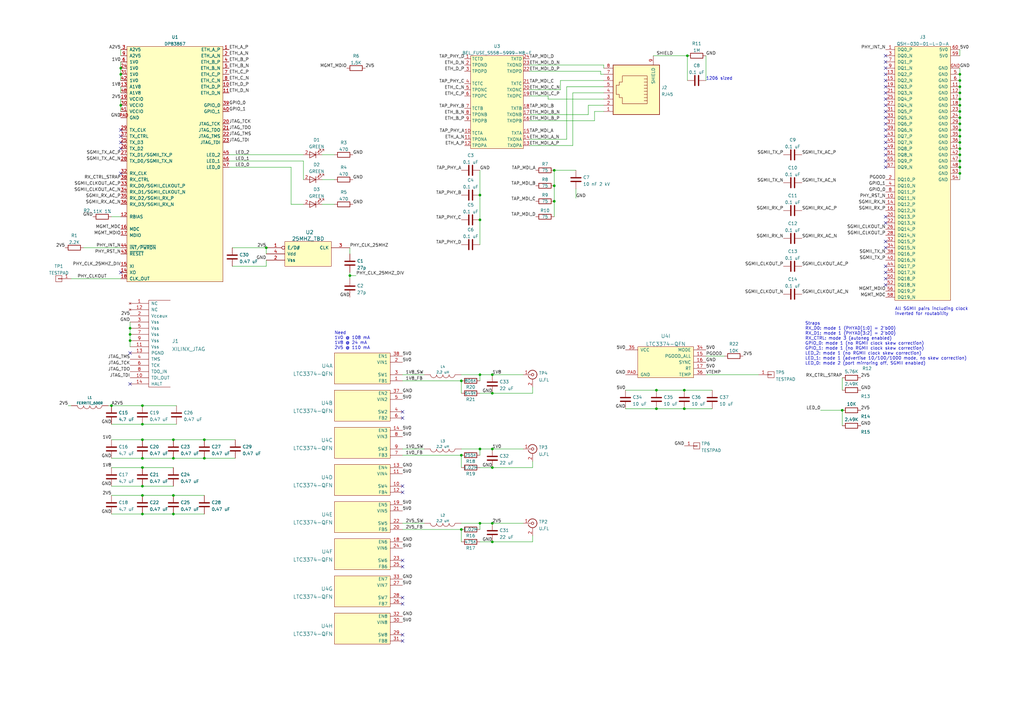
<source format=kicad_sch>
(kicad_sch (version 20211123) (generator eeschema)
  (paper "A3")
  (title_block (title "Single DP83867 Test") (date "2022-12-17") (rev "0.1") (company "Antikernel Labs") (comment 1 "Andrew D. Zonenberg"))
  (junction (at 58.42 180.34))
  (junction (at 393.7 63.5))
  (junction (at 143.51 113.03))
  (junction (at 393.7 53.34))
  (junction (at 71.12 187.96))
  (junction (at 201.93 184.15))
  (junction (at 49.53 43.18))
  (junction (at 196.85 90.17))
  (junction (at 71.12 203.2))
  (junction (at 393.7 35.56))
  (junction (at 58.42 191.77))
  (junction (at 393.7 30.48))
  (junction (at 53.34 137.16))
  (junction (at 189.23 156.21))
  (junction (at 393.7 38.1))
  (junction (at 345.44 168.275))
  (junction (at 201.93 161.29))
  (junction (at 58.42 173.99))
  (junction (at 269.24 160.02))
  (junction (at 58.42 210.82))
  (junction (at 393.7 60.96))
  (junction (at 58.42 166.37))
  (junction (at 196.85 80.01))
  (junction (at 83.82 180.34))
  (junction (at 393.7 68.58))
  (junction (at 393.7 58.42))
  (junction (at 393.7 45.72))
  (junction (at 189.23 186.69))
  (junction (at 58.42 187.96))
  (junction (at 393.7 55.88))
  (junction (at 196.85 153.67))
  (junction (at 280.67 160.02))
  (junction (at 393.7 48.26))
  (junction (at 71.12 180.34))
  (junction (at 196.85 184.15))
  (junction (at 393.7 50.8))
  (junction (at 53.34 134.62))
  (junction (at 58.42 199.39))
  (junction (at 393.7 40.64))
  (junction (at 196.85 214.63))
  (junction (at 58.42 203.2))
  (junction (at 53.34 139.7))
  (junction (at 227.33 82.55))
  (junction (at 227.33 69.85))
  (junction (at 45.72 166.37))
  (junction (at 393.7 66.04))
  (junction (at 281.94 22.86))
  (junction (at 109.22 101.6))
  (junction (at 201.93 191.77))
  (junction (at 201.93 214.63))
  (junction (at 227.33 76.2))
  (junction (at 280.67 167.64))
  (junction (at 83.82 187.96))
  (junction (at 393.7 43.18))
  (junction (at 269.24 167.64))
  (junction (at 201.93 222.25))
  (junction (at 189.23 217.17))
  (junction (at 393.7 71.12))
  (junction (at 393.7 33.02))
  (junction (at 201.93 153.67))
  (junction (at 49.53 30.48))
  (junction (at 49.53 27.94))
  (junction (at 71.12 210.82))
  (no_connect (at 165.1 229.87))
  (no_connect (at 363.22 58.42))
  (no_connect (at 363.22 53.34))
  (no_connect (at 363.22 55.88))
  (no_connect (at 165.1 168.91))
  (no_connect (at 165.1 171.45))
  (no_connect (at 165.1 199.39))
  (no_connect (at 165.1 201.93))
  (no_connect (at 363.22 50.8))
  (no_connect (at 363.22 30.48))
  (no_connect (at 49.53 53.34))
  (no_connect (at 49.53 55.88))
  (no_connect (at 49.53 60.96))
  (no_connect (at 49.53 58.42))
  (no_connect (at 363.22 114.3))
  (no_connect (at 165.1 247.65))
  (no_connect (at 165.1 232.41))
  (no_connect (at 165.1 245.11))
  (no_connect (at 165.1 260.35))
  (no_connect (at 165.1 262.89))
  (no_connect (at 49.53 71.12))
  (no_connect (at 363.22 33.02))
  (no_connect (at 363.22 35.56))
  (no_connect (at 363.22 38.1))
  (no_connect (at 363.22 45.72))
  (no_connect (at 363.22 48.26))
  (no_connect (at 363.22 60.96))
  (no_connect (at 363.22 63.5))
  (no_connect (at 363.22 66.04))
  (no_connect (at 363.22 68.58))
  (no_connect (at 53.34 144.78))
  (no_connect (at 363.22 116.84))
  (no_connect (at 363.22 22.86))
  (no_connect (at 363.22 27.94))
  (no_connect (at 363.22 43.18))
  (no_connect (at 363.22 91.44))
  (no_connect (at 363.22 99.06))
  (no_connect (at 363.22 101.6))
  (no_connect (at 363.22 109.22))
  (no_connect (at 363.22 111.76))
  (no_connect (at 363.22 88.9))
  (no_connect (at 53.34 157.48))
  (no_connect (at 363.22 25.4))
  (no_connect (at 49.53 111.76))
  (no_connect (at 363.22 40.64))
  (wire (pts (xy 143.51 113.03) (xy 143.51 111.76)))
  (wire (pts (xy 201.93 222.25) (xy 218.44 222.25)))
  (wire (pts (xy 217.17 36.83) (xy 229.87 36.83)))
  (wire (pts (xy 49.53 35.56) (xy 49.53 38.1)))
  (wire (pts (xy 53.34 139.7) (xy 53.34 142.24)))
  (wire (pts (xy 246.38 29.21) (xy 246.38 30.48)))
  (wire (pts (xy 393.7 38.1) (xy 393.7 40.64)))
  (wire (pts (xy 49.53 27.94) (xy 49.53 30.48)))
  (wire (pts (xy 45.72 166.37) (xy 58.42 166.37)))
  (wire (pts (xy 281.94 22.86) (xy 267.97 22.86)))
  (wire (pts (xy 196.85 214.63) (xy 196.85 217.17)))
  (wire (pts (xy 256.54 160.02) (xy 269.24 160.02)))
  (wire (pts (xy 234.95 38.1) (xy 234.95 59.69)))
  (wire (pts (xy 247.65 38.1) (xy 234.95 38.1)))
  (wire (pts (xy 201.93 153.67) (xy 214.63 153.67)))
  (wire (pts (xy 224.79 39.37) (xy 217.17 39.37)))
  (wire (pts (xy 269.24 160.02) (xy 280.67 160.02)))
  (wire (pts (xy 229.87 33.02) (xy 247.65 33.02)))
  (wire (pts (xy 224.79 40.64) (xy 224.79 39.37)))
  (wire (pts (xy 243.84 49.53) (xy 243.84 45.72)))
  (wire (pts (xy 165.1 156.21) (xy 189.23 156.21)))
  (wire (pts (xy 280.67 167.64) (xy 292.1 167.64)))
  (wire (pts (xy 227.33 69.85) (xy 227.33 76.2)))
  (wire (pts (xy 189.23 161.29) (xy 189.23 156.21)))
  (wire (pts (xy 227.33 76.2) (xy 227.33 82.55)))
  (wire (pts (xy 29.21 114.3) (xy 49.53 114.3)))
  (wire (pts (xy 58.42 180.34) (xy 71.12 180.34)))
  (wire (pts (xy 393.7 71.12) (xy 393.7 73.66)))
  (wire (pts (xy 71.12 210.82) (xy 83.82 210.82)))
  (wire (pts (xy 393.7 40.64) (xy 393.7 43.18)))
  (wire (pts (xy 93.98 63.5) (xy 124.46 63.5)))
  (wire (pts (xy 27.94 166.37) (xy 29.21 166.37)))
  (wire (pts (xy 247.65 40.64) (xy 224.79 40.64)))
  (wire (pts (xy 241.3 46.99) (xy 241.3 43.18)))
  (wire (pts (xy 49.53 20.32) (xy 49.53 22.86)))
  (wire (pts (xy 146.05 113.03) (xy 143.51 113.03)))
  (wire (pts (xy 393.7 55.88) (xy 393.7 58.42)))
  (wire (pts (xy 95.25 101.6) (xy 109.22 101.6)))
  (wire (pts (xy 393.7 58.42) (xy 393.7 60.96)))
  (wire (pts (xy 165.1 153.67) (xy 173.99 153.67)))
  (wire (pts (xy 232.41 57.15) (xy 217.17 57.15)))
  (wire (pts (xy 196.85 69.85) (xy 196.85 80.01)))
  (wire (pts (xy 201.93 191.77) (xy 218.44 191.77)))
  (wire (pts (xy 83.82 180.34) (xy 96.52 180.34)))
  (wire (pts (xy 53.34 134.62) (xy 53.34 137.16)))
  (wire (pts (xy 393.7 27.94) (xy 393.7 30.48)))
  (wire (pts (xy 58.42 199.39) (xy 71.12 199.39)))
  (wire (pts (xy 196.85 153.67) (xy 196.85 156.21)))
  (wire (pts (xy 165.1 186.69) (xy 189.23 186.69)))
  (wire (pts (xy 201.93 161.29) (xy 218.44 161.29)))
  (wire (pts (xy 393.7 35.56) (xy 393.7 38.1)))
  (wire (pts (xy 165.1 214.63) (xy 173.99 214.63)))
  (wire (pts (xy 109.22 101.6) (xy 109.22 104.14)))
  (wire (pts (xy 247.65 26.67) (xy 247.65 27.94)))
  (wire (pts (xy 49.53 43.18) (xy 49.53 45.72)))
  (wire (pts (xy 243.84 45.72) (xy 247.65 45.72)))
  (wire (pts (xy 165.1 184.15) (xy 173.99 184.15)))
  (wire (pts (xy 45.72 180.34) (xy 58.42 180.34)))
  (wire (pts (xy 234.95 59.69) (xy 217.17 59.69)))
  (wire (pts (xy 289.56 22.86) (xy 289.56 33.02)))
  (wire (pts (xy 241.3 43.18) (xy 247.65 43.18)))
  (wire (pts (xy 132.08 63.5) (xy 137.16 63.5)))
  (wire (pts (xy 53.34 137.16) (xy 53.34 139.7)))
  (wire (pts (xy 196.85 184.15) (xy 196.85 186.69)))
  (wire (pts (xy 93.98 68.58) (xy 119.38 68.58)))
  (wire (pts (xy 201.93 214.63) (xy 214.63 214.63)))
  (wire (pts (xy 196.85 90.17) (xy 196.85 100.33)))
  (wire (pts (xy 218.44 222.25) (xy 218.44 219.71)))
  (wire (pts (xy 143.51 101.6) (xy 143.51 104.14)))
  (wire (pts (xy 289.56 146.05) (xy 297.18 146.05)))
  (wire (pts (xy 229.87 36.83) (xy 229.87 33.02)))
  (wire (pts (xy 196.85 184.15) (xy 201.93 184.15)))
  (wire (pts (xy 58.42 173.99) (xy 72.39 173.99)))
  (wire (pts (xy 393.7 50.8) (xy 393.7 53.34)))
  (wire (pts (xy 289.56 153.67) (xy 311.15 153.67)))
  (wire (pts (xy 196.85 80.01) (xy 196.85 90.17)))
  (wire (pts (xy 236.22 77.47) (xy 236.22 81.28)))
  (wire (pts (xy 393.7 66.04) (xy 393.7 68.58)))
  (wire (pts (xy 393.7 20.32) (xy 393.7 22.86)))
  (wire (pts (xy 45.72 187.96) (xy 58.42 187.96)))
  (wire (pts (xy 58.42 210.82) (xy 71.12 210.82)))
  (wire (pts (xy 45.72 191.77) (xy 58.42 191.77)))
  (wire (pts (xy 393.7 53.34) (xy 393.7 55.88)))
  (wire (pts (xy 45.72 203.2) (xy 58.42 203.2)))
  (wire (pts (xy 336.55 168.275) (xy 345.44 168.275)))
  (wire (pts (xy 232.41 35.56) (xy 232.41 57.15)))
  (wire (pts (xy 45.72 210.82) (xy 58.42 210.82)))
  (wire (pts (xy 393.7 63.5) (xy 393.7 66.04)))
  (wire (pts (xy 227.33 69.85) (xy 236.22 69.85)))
  (wire (pts (xy 196.85 161.29) (xy 201.93 161.29)))
  (wire (pts (xy 143.51 113.03) (xy 143.51 114.3)))
  (wire (pts (xy 71.12 180.34) (xy 83.82 180.34)))
  (wire (pts (xy 393.7 43.18) (xy 393.7 45.72)))
  (wire (pts (xy 217.17 49.53) (xy 243.84 49.53)))
  (wire (pts (xy 49.53 30.48) (xy 49.53 33.02)))
  (wire (pts (xy 109.22 106.68) (xy 109.22 109.22)))
  (wire (pts (xy 196.85 191.77) (xy 201.93 191.77)))
  (wire (pts (xy 71.12 203.2) (xy 83.82 203.2)))
  (wire (pts (xy 393.7 45.72) (xy 393.7 48.26)))
  (wire (pts (xy 393.7 48.26) (xy 393.7 50.8)))
  (wire (pts (xy 124.46 66.04) (xy 124.46 73.66)))
  (wire (pts (xy 119.38 83.82) (xy 124.46 83.82)))
  (wire (pts (xy 256.54 167.64) (xy 269.24 167.64)))
  (wire (pts (xy 95.25 109.22) (xy 109.22 109.22)))
  (wire (pts (xy 393.7 33.02) (xy 393.7 35.56)))
  (wire (pts (xy 247.65 35.56) (xy 232.41 35.56)))
  (wire (pts (xy 93.98 66.04) (xy 124.46 66.04)))
  (wire (pts (xy 58.42 191.77) (xy 71.12 191.77)))
  (wire (pts (xy 227.33 82.55) (xy 227.33 88.9)))
  (wire (pts (xy 218.44 191.77) (xy 218.44 189.23)))
  (wire (pts (xy 119.38 68.58) (xy 119.38 83.82)))
  (wire (pts (xy 189.23 222.25) (xy 189.23 217.17)))
  (wire (pts (xy 246.38 30.48) (xy 247.65 30.48)))
  (wire (pts (xy 83.82 187.96) (xy 96.52 187.96)))
  (wire (pts (xy 58.42 203.2) (xy 71.12 203.2)))
  (wire (pts (xy 49.53 40.64) (xy 49.53 43.18)))
  (wire (pts (xy 189.23 153.67) (xy 196.85 153.67)))
  (wire (pts (xy 45.72 88.9) (xy 49.53 88.9)))
  (wire (pts (xy 196.85 222.25) (xy 201.93 222.25)))
  (wire (pts (xy 49.53 25.4) (xy 49.53 27.94)))
  (wire (pts (xy 165.1 217.17) (xy 189.23 217.17)))
  (wire (pts (xy 393.7 60.96) (xy 393.7 63.5)))
  (wire (pts (xy 196.85 153.67) (xy 201.93 153.67)))
  (wire (pts (xy 393.7 30.48) (xy 393.7 33.02)))
  (wire (pts (xy 34.29 101.6) (xy 49.53 101.6)))
  (wire (pts (xy 44.45 166.37) (xy 45.72 166.37)))
  (wire (pts (xy 196.85 214.63) (xy 201.93 214.63)))
  (wire (pts (xy 45.72 173.99) (xy 58.42 173.99)))
  (wire (pts (xy 217.17 46.99) (xy 241.3 46.99)))
  (wire (pts (xy 281.94 33.02) (xy 281.94 22.86)))
  (wire (pts (xy 217.17 26.67) (xy 247.65 26.67)))
  (wire (pts (xy 201.93 184.15) (xy 214.63 184.15)))
  (wire (pts (xy 280.67 160.02) (xy 292.1 160.02)))
  (wire (pts (xy 58.42 166.37) (xy 72.39 166.37)))
  (wire (pts (xy 218.44 161.29) (xy 218.44 158.75)))
  (wire (pts (xy 393.7 68.58) (xy 393.7 71.12)))
  (wire (pts (xy 58.42 187.96) (xy 71.12 187.96)))
  (wire (pts (xy 132.08 83.82) (xy 137.16 83.82)))
  (wire (pts (xy 269.24 167.64) (xy 280.67 167.64)))
  (wire (pts (xy 345.44 168.275) (xy 345.44 174.625)))
  (wire (pts (xy 189.23 214.63) (xy 196.85 214.63)))
  (wire (pts (xy 132.08 73.66) (xy 137.16 73.66)))
  (wire (pts (xy 345.44 154.94) (xy 345.44 160.02)))
  (wire (pts (xy 189.23 191.77) (xy 189.23 186.69)))
  (wire (pts (xy 53.34 132.08) (xy 53.34 134.62)))
  (wire (pts (xy 71.12 187.96) (xy 83.82 187.96)))
  (wire (pts (xy 189.23 184.15) (xy 196.85 184.15)))
  (wire (pts (xy 217.17 29.21) (xy 246.38 29.21)))
  (wire (pts (xy 45.72 199.39) (xy 58.42 199.39)))
  (text "All SGMII pairs including clock\ninverted for routability" (at 367.03 129.54 0) (effects (font (size 1.27 1.27)) (justify left bottom)))
  (text "Straps\nRX_D0: mode 1 (PHYAD[1:0] = 2'b00)\nRX_D1: mode 1 (PHYAD[3:2] = 2'b00)\nRX_CTRL: mode 3 (autoneg enabled)\nGPIO_0: mode 1 (no RGMII clock skew correction)\nGPIO_1: mode 1 (no RGMII clock skew correction)\nLED_2: mode 1 (no RGMII clock skew correction)\nLED_1: mode 1 (advertise 10/100/1000 mode, no skew correction)\nLED_0: mode 2 (port mirroring off, SGMII enabled)" (at 330.2 149.86 0) (effects (font (size 1.27 1.27)) (justify left bottom)))
  (text "1206 sized" (at 289.56 33.02 0) (effects (font (size 1.27 1.27)) (justify left bottom)))
  (text "Need\n1V0 @ 108 mA\n1V8 @ 24 mA\n2V5 @ 110 mA\n" (at 137.16 143.51 0) (effects (font (size 1.27 1.27)) (justify left bottom)))
  (label "2V5" (at 53.34 129.54 180))
  (label "JTAG_TDO" (at 53.34 152.4 180))
  (label "1V8" (at 201.93 153.67 0))
  (label "GND" (at 165.1 252.73 0))
  (label "2V5" (at 201.93 214.63 0))
  (label "RX_CTRL_STRAP" (at 345.44 154.94 180))
  (label "JTAG_TDI" (at 53.34 154.94 180))
  (label "ETH_B_N" (at 93.98 27.94 0))
  (label "1V8" (at 45.72 191.77 180))
  (label "TAP_MDI_A" (at 217.17 54.61 0))
  (label "ETH_A_P" (at 190.5 59.69 180))
  (label "PHY_RST_N" (at 363.22 81.28 180))
  (label "ETH_MDI_D_P" (at 217.17 29.21 0))
  (label "ETH_B_P" (at 93.98 25.4 0))
  (label "PHY_CLK_25MHZ_DIV" (at 146.05 113.03 0))
  (label "GND" (at 45.72 199.39 180))
  (label "5V0" (at 256.54 143.51 180))
  (label "SGMII_RX_P" (at 363.22 86.36 180))
  (label "A2V5" (at 49.53 20.32 180))
  (label "ETH_C_N" (at 190.5 36.83 180))
  (label "1V0_SW" (at 166.37 184.15 0))
  (label "TAP_MDI_C" (at 217.17 34.29 0))
  (label "SGMII_CLKOUT_P" (at 363.22 96.52 180))
  (label "2V5_SW" (at 166.37 214.63 0))
  (label "2V5" (at 353.06 168.275 0))
  (label "2V5" (at 45.72 203.2 180))
  (label "ETH_B_P" (at 190.5 49.53 180))
  (label "5V0" (at 289.56 151.13 0))
  (label "2V5" (at 304.8 146.05 0))
  (label "SGMII_TX_AC_P" (at 49.53 63.5 180))
  (label "TAP_MDI_B" (at 219.71 76.2 180))
  (label "GND" (at 201.93 191.77 180))
  (label "2V5" (at 26.67 101.6 180))
  (label "SGMII_CLKOUT_N" (at 363.22 93.98 180))
  (label "5V0" (at 256.54 160.02 180))
  (label "PHY_CLKOUT" (at 31.75 114.3 0))
  (label "GND" (at 45.72 187.96 180))
  (label "GND" (at 201.93 161.29 180))
  (label "SGMII_RX_AC_P" (at 49.53 81.28 180))
  (label "GND" (at 144.78 73.66 0))
  (label "ETH_MDI_B_P" (at 217.17 49.53 0))
  (label "GND" (at 38.1 88.9 180))
  (label "GND" (at 393.7 27.94 0))
  (label "SGMII_TX_N" (at 321.31 74.93 180))
  (label "ETH_MDI_C_N" (at 217.17 36.83 0))
  (label "ETH_D_N" (at 93.98 38.1 0))
  (label "GND" (at 143.51 121.92 180))
  (label "JTAG_TMS" (at 93.98 55.88 0))
  (label "ETH_D_P" (at 190.5 29.21 180))
  (label "TAP_MDI_B" (at 217.17 44.45 0))
  (label "MGMT_MDIO" (at 49.53 96.52 180))
  (label "MGMT_MDC" (at 49.53 93.98 180))
  (label "SGMII_RX_N" (at 363.22 83.82 180))
  (label "MGMT_MDC" (at 363.22 121.92 180))
  (label "GND" (at 256.54 167.64 180))
  (label "1V0" (at 45.72 180.34 180))
  (label "A2V5" (at 45.72 166.37 0))
  (label "5V0" (at 165.1 209.55 0))
  (label "5V0" (at 165.1 163.83 0))
  (label "TAP_MDI_A" (at 219.71 69.85 180))
  (label "JTAG_TCK" (at 93.98 50.8 0))
  (label "GND" (at 256.54 153.67 180))
  (label "5V0" (at 165.1 224.79 0))
  (label "SGMII_TX_N" (at 363.22 104.14 180))
  (label "TAP_MDI_D" (at 217.17 24.13 0))
  (label "VTEMP" (at 289.56 153.67 0))
  (label "SHIELD" (at 269.24 22.86 0))
  (label "GND" (at 201.93 222.25 180))
  (label "SGMII_CLKOUT_AC_P" (at 49.53 76.2 180))
  (label "TAP_PHY_D" (at 190.5 24.13 180))
  (label "ETH_MDI_A_P" (at 217.17 59.69 0))
  (label "GND" (at 53.34 132.08 180))
  (label "ETH_A_P" (at 93.98 20.32 0))
  (label "1V0" (at 201.93 184.15 0))
  (label "GND" (at 49.53 48.26 180))
  (label "SGMII_CLKOUT_AC_P" (at 328.93 109.22 0))
  (label "TAP_PHY_A" (at 190.5 54.61 180))
  (label "TAP_PHY_C" (at 190.5 34.29 180))
  (label "JTAG_TDO" (at 93.98 53.34 0))
  (label "1V8_FB" (at 166.37 156.21 0))
  (label "PGOOD" (at 289.56 146.05 0))
  (label "GND" (at 280.67 182.88 180))
  (label "SGMII_TX_AC_P" (at 328.93 63.5 0))
  (label "1V0_FB" (at 166.37 186.69 0))
  (label "5V0" (at 165.1 194.31 0))
  (label "5V0" (at 165.1 176.53 0))
  (label "2V5_FB" (at 166.37 217.17 0))
  (label "ETH_C_P" (at 93.98 30.48 0))
  (label "5V0" (at 289.56 143.51 0))
  (label "TAP_PHY_B" (at 190.5 44.45 180))
  (label "ETH_A_N" (at 190.5 57.15 180))
  (label "PHY_CLK_25MHZ_DIV" (at 49.53 109.22 180))
  (label "JTAG_TDI" (at 93.98 58.42 0))
  (label "ETH_MDI_A_N" (at 217.17 57.15 0))
  (label "ETH_D_P" (at 93.98 35.56 0))
  (label "SGMII_TX_P" (at 363.22 106.68 180))
  (label "5V0" (at 165.1 240.03 0))
  (label "5V0" (at 393.7 20.32 0))
  (label "2V5" (at 149.86 27.94 0))
  (label "SGMII_CLKOUT_N" (at 321.31 120.65 180))
  (label "ETH_C_P" (at 190.5 39.37 180))
  (label "GPIO_0" (at 363.22 78.74 180))
  (label "1V8_SW" (at 166.37 153.67 0))
  (label "TAP_PHY_C" (at 189.23 90.17 180))
  (label "GND" (at 196.85 69.85 0))
  (label "RX_CTRL_STRAP" (at 49.53 73.66 180))
  (label "ETH_A_N" (at 93.98 22.86 0))
  (label "SGMII_RX_N" (at 321.31 97.79 180))
  (label "JTAG_TCK" (at 53.34 149.86 180))
  (label "GPIO_1" (at 93.98 45.72 0))
  (label "5V0" (at 165.1 255.27 0))
  (label "SGMII_TX_AC_N" (at 328.93 74.93 0))
  (label "ETH_MDI_B_N" (at 217.17 46.99 0))
  (label "LED_0" (at 96.52 68.58 0))
  (label "GND" (at 289.56 22.86 0))
  (label "PHY_RST_N" (at 49.53 104.14 180))
  (label "GND" (at 289.56 148.59 0))
  (label "GND" (at 165.1 191.77 0))
  (label "2V5" (at 49.53 40.64 180))
  (label "2V5" (at 353.06 154.94 0))
  (label "SGMII_CLKOUT_AC_N" (at 49.53 78.74 180))
  (label "SGMII_CLKOUT_AC_N" (at 328.93 120.65 0))
  (label "GND" (at 45.72 210.82 180))
  (label "5V0" (at 165.1 179.07 0))
  (label "LED_0" (at 336.55 168.275 180))
  (label "SGMII_RX_AC_N" (at 49.53 83.82 180))
  (label "SGMII_CLKOUT_P" (at 321.31 109.22 180))
  (label "5V0" (at 165.1 148.59 0))
  (label "TAP_PHY_A" (at 189.23 69.85 180))
  (label "GND" (at 165.1 222.25 0))
  (label "MGMT_MDIO" (at 363.22 119.38 180))
  (label "GND" (at 353.06 174.625 0))
  (label "ETH_C_N" (at 93.98 33.02 0))
  (label "GND" (at 45.72 173.99 180))
  (label "PHY_INT_N" (at 363.22 20.32 180))
  (label "ETH_B_N" (at 190.5 46.99 180))
  (label "GPIO_1" (at 363.22 76.2 180))
  (label "SGMII_TX_AC_N" (at 49.53 66.04 180))
  (label "PHY_CLK_25MHZ" (at 143.51 101.6 0))
  (label "1V0" (at 49.53 25.4 180))
  (label "ETH_MDI_D_N" (at 217.17 26.67 0))
  (label "SGMII_RX_P" (at 321.31 86.36 180))
  (label "GND" (at 144.78 63.5 0))
  (label "LED_1" (at 96.52 66.04 0))
  (label "JTAG_TMS" (at 53.34 147.32 180))
  (label "GND" (at 353.06 160.02 0))
  (label "TAP_MDI_C" (at 219.71 82.55 180))
  (label "GND" (at 144.78 83.82 0))
  (label "1V8" (at 49.53 35.56 180))
  (label "GND" (at 165.1 237.49 0))
  (label "MGMT_MDIO" (at 142.24 27.94 180))
  (label "SGMII_RX_AC_P" (at 328.93 86.36 0))
  (label "2V5" (at 109.22 101.6 180))
  (label "ETH_D_N" (at 190.5 26.67 180))
  (label "SGMII_RX_AC_N" (at 328.93 97.79 0))
  (label "2V5" (at 27.94 166.37 180))
  (label "PGOOD" (at 363.22 73.66 180))
  (label "ETH_MDI_C_P" (at 217.17 39.37 0))
  (label "GND" (at 165.1 161.29 0))
  (label "PHY_INT_N" (at 49.53 101.6 180))
  (label "5V0" (at 165.1 207.01 0))
  (label "TAP_PHY_D" (at 189.23 100.33 180))
  (label "GPIO_0" (at 93.98 43.18 0))
  (label "TAP_PHY_B" (at 189.23 80.01 180))
  (label "SGMII_TX_P" (at 321.31 63.5 180))
  (label "GND" (at 236.22 81.28 0))
  (label "5V0" (at 165.1 146.05 0))
  (label "LED_2" (at 96.52 63.5 0))
  (label "TAP_MDI_D" (at 219.71 88.9 180))
  (label "GND" (at 109.22 106.68 180))
  (symbol (lib_id "device:R") (at 300.99 146.05 90) (unit 1)
    (property "Reference" "R22" (at 300.99 141.0675 90))
    (property "Value" "10K" (at 300.99 143.8426 90))
    (property "Footprint" "azonenberg_pcb:EIA_0402_RES_NOSILK" (effects hide))
  )
  (symbol (lib_id "device:C") (at 201.93 218.44 0) (unit 1)
    (property "Reference" "C31" (at 204.851 217.5315 0) (effects (justify left)))
    (property "Value" "22 uF" (at 204.851 220.3066 0) (effects (justify left)))
    (property "Footprint" "azonenberg_pcb:EIA_1206_CAP_NOSILK" (effects hide))
  )
  (symbol (lib_id "device:C") (at 58.42 207.01 0) (unit 1)
    (property "Reference" "C22" (at 61.341 206.1015 0) (effects (justify left)))
    (property "Value" "0.47 uF" (at 61.341 208.8766 0) (effects (justify left)))
    (property "Footprint" "azonenberg_pcb:EIA_0402_CAP_NOSILK" (effects hide))
  )
  (symbol (lib_id "device:C") (at 143.51 118.11 0) (unit 1)
    (property "Reference" "C2" (at 146.431 117.2015 0) (effects (justify left)))
    (property "Value" "27p" (at 146.431 119.9766 0) (effects (justify left)))
    (property "Footprint" "azonenberg_pcb:EIA_0402_CAP_NOSILK" (effects hide))
  )
  (symbol (lib_id "device:C") (at 325.12 74.93 90) (unit 1)
    (property "Reference" "C10" (at 325.12 68.8045 90))
    (property "Value" "0.1 uF" (at 325.12 71.5796 90))
    (property "Footprint" "azonenberg_pcb:EIA_0402_CAP_NOSILK" (effects hide))
  )
  (symbol (lib_id "device:R") (at 193.04 161.29 90) (unit 1)
    (property "Reference" "R21" (at 193.04 163.83 90))
    (property "Value" "649K" (at 193.04 161.29 90))
    (property "Footprint" "azonenberg_pcb:EIA_0402_RES_NOSILK" (effects hide))
  )
  (symbol (lib_id "device:C") (at 236.22 73.66 0) (unit 1)
    (property "Reference" "C7" (at 239.141 72.7515 0) (effects (justify left)))
    (property "Value" "10 nF 2 kV" (at 239.141 75.5266 0) (effects (justify left)))
    (property "Footprint" "azonenberg_pcb:EIA_1812_CAP_NOSILK" (effects hide))
  )
  (symbol (lib_id "device:R") (at 193.04 191.77 90) (unit 1)
    (property "Reference" "R19" (at 193.04 194.31 90))
    (property "Value" "1.02M" (at 193.04 191.77 90))
    (property "Footprint" "azonenberg_pcb:EIA_0402_RES_NOSILK" (effects hide))
  )
  (symbol (lib_id "device:C") (at 45.72 207.01 0) (unit 1)
    (property "Reference" "C18" (at 48.641 206.1015 0) (effects (justify left)))
    (property "Value" "4.7 uF" (at 48.641 208.8766 0) (effects (justify left)))
    (property "Footprint" "azonenberg_pcb:EIA_0603_CAP_NOSILK" (effects hide))
  )
  (symbol (lib_id "device:C") (at 58.42 195.58 0) (unit 1)
    (property "Reference" "C21" (at 61.341 194.6715 0) (effects (justify left)))
    (property "Value" "0.47 uF" (at 61.341 197.4466 0) (effects (justify left)))
    (property "Footprint" "azonenberg_pcb:EIA_0402_CAP_NOSILK" (effects hide))
  )
  (symbol (lib_id "device:C") (at 45.72 184.15 0) (unit 1)
    (property "Reference" "C16" (at 48.641 183.2415 0) (effects (justify left)))
    (property "Value" "4.7 uF" (at 48.641 186.0166 0) (effects (justify left)))
    (property "Footprint" "azonenberg_pcb:EIA_0603_CAP_NOSILK" (effects hide))
  )
  (symbol (lib_id "device:R") (at 193.04 156.21 90) (unit 1)
    (property "Reference" "R20" (at 193.04 158.75 90))
    (property "Value" "806K" (at 193.04 156.21 90))
    (property "Footprint" "azonenberg_pcb:EIA_0402_RES_NOSILK" (effects hide))
  )
  (symbol (lib_id "device:R") (at 140.97 83.82 90) (unit 1)
    (property "Reference" "R5" (at 140.97 78.8375 90))
    (property "Value" "470" (at 140.97 81.6126 90))
    (property "Footprint" "azonenberg_pcb:EIA_0402_RES_NOSILK" (effects hide))
  )
  (symbol (lib_id "device:R") (at 223.52 76.2 90) (unit 1)
    (property "Reference" "R8" (at 223.52 73.66 90))
    (property "Value" "75" (at 223.52 76.2 90))
    (property "Footprint" "azonenberg_pcb:EIA_0402_RES_NOSILK" (effects hide))
  )
  (symbol (lib_id "device:R") (at 193.04 222.25 90) (unit 1)
    (property "Reference" "R17" (at 193.04 224.79 90))
    (property "Value" "475K" (at 193.04 222.25 90))
    (property "Footprint" "azonenberg_pcb:EIA_0402_RES_NOSILK" (effects hide))
  )
  (symbol (lib_id "power-azonenberg:LTC3374-QFN") (at 261.62 154.94 0) (unit 9)
    (property "Reference" "U4" (at 273.05 137.8361 0) (effects (font (size 1.524 1.524))))
    (property "Value" "LTC3374-QFN" (at 273.05 141.1151 0) (effects (font (size 1.524 1.524))))
    (property "Footprint" "azonenberg_pcb:QFN_38_0.5MM_5x7MM" (effects hide))
  )
  (symbol (lib_id "special-azonenberg:DP83867") (at 52.07 115.57 0) (unit 1)
    (property "Reference" "U1" (at 71.755 15.2105 0))
    (property "Value" "DP83867" (at 71.755 17.9856 0))
    (property "Footprint" "azonenberg_pcb:QFN_48_0.5MM_7x7MM" (effects hide))
  )
  (symbol (lib_id "power-azonenberg:LTC3374-QFN") (at 160.02 264.16 0) (mirror y) (unit 8)
    (property "Reference" "U4" (at 136.525 256.7453 0) (effects (font (size 1.524 1.524)) (justify left)))
    (property "Value" "LTC3374-QFN" (at 136.525 260.0243 0) (effects (font (size 1.524 1.524)) (justify left)))
    (property "Footprint" "azonenberg_pcb:QFN_38_0.5MM_5x7MM" (effects hide))
  )
  (symbol (lib_id "device:R") (at 349.25 174.625 90) (unit 1)
    (property "Reference" "R15" (at 354.965 177.165 90))
    (property "Value" "2.49K" (at 349.25 172.085 90))
    (property "Footprint" "azonenberg_pcb:EIA_0402_RES_NOSILK" (effects hide))
  )
  (symbol (lib_id "device:C") (at 83.82 184.15 0) (unit 1)
    (property "Reference" "C27" (at 86.741 183.2415 0) (effects (justify left)))
    (property "Value" "0.47 uF" (at 86.741 186.0166 0) (effects (justify left)))
    (property "Footprint" "azonenberg_pcb:EIA_0402_CAP_NOSILK" (effects hide))
  )
  (symbol (lib_id "passive-azonenberg:INDUCTOR_PWROUT") (at 181.61 153.67 270) (unit 1)
    (property "Reference" "L4" (at 181.61 150.3952 90) (effects (font (size 1.016 1.016))))
    (property "Value" "2.2 uH" (at 181.61 152.666 90) (effects (font (size 1.016 1.016))))
    (property "Footprint" "azonenberg_pcb:EIA_1210_CAP_NOSILK" (effects hide))
  )
  (symbol (lib_id "device:C") (at 143.51 107.95 0) (unit 1)
    (property "Reference" "C1" (at 146.431 107.0415 0) (effects (justify left)))
    (property "Value" "27p" (at 146.431 109.8166 0) (effects (justify left)))
    (property "Footprint" "azonenberg_pcb:EIA_0402_CAP_NOSILK" (effects hide))
  )
  (symbol (lib_id "power-azonenberg:LTC3374-QFN") (at 160.02 248.92 0) (mirror y) (unit 7)
    (property "Reference" "U4" (at 136.525 241.5053 0) (effects (font (size 1.524 1.524)) (justify left)))
    (property "Value" "LTC3374-QFN" (at 136.525 244.7843 0) (effects (font (size 1.524 1.524)) (justify left)))
    (property "Footprint" "azonenberg_pcb:QFN_38_0.5MM_5x7MM" (effects hide))
  )
  (symbol (lib_id "device:R") (at 349.25 160.02 90) (unit 1)
    (property "Reference" "R13" (at 354.965 162.56 90))
    (property "Value" "2.49K" (at 349.25 157.48 90))
    (property "Footprint" "azonenberg_pcb:EIA_0402_RES_NOSILK" (effects hide))
  )
  (symbol (lib_id "device:R") (at 285.75 22.86 90) (unit 1)
    (property "Reference" "R11" (at 285.75 17.8775 90))
    (property "Value" "1M" (at 285.75 20.6526 90))
    (property "Footprint" "azonenberg_pcb:EIA_1206_CAP_NOSILK" (effects hide))
  )
  (symbol (lib_id "device:LED") (at 128.27 73.66 180) (unit 1)
    (property "Reference" "D2" (at 129.8702 67.5345 0))
    (property "Value" "GREEN" (at 129.8702 70.3096 0))
    (property "Footprint" "azonenberg_pcb:EIA_0603_LED" (effects hide))
  )
  (symbol (lib_id "device:R") (at 140.97 63.5 90) (unit 1)
    (property "Reference" "R3" (at 140.97 58.5175 90))
    (property "Value" "470" (at 140.97 61.2926 90))
    (property "Footprint" "azonenberg_pcb:EIA_0402_RES_NOSILK" (effects hide))
  )
  (symbol (lib_id "special-azonenberg:CONN_LVDS_EXPANSION_DEVICE") (at 367.03 123.19 0) (unit 1)
    (property "Reference" "J3" (at 378.46 15.2105 0))
    (property "Value" "QSH-030-01-L-D-A" (at 378.46 17.9856 0))
    (property "Footprint" "azonenberg_pcb:CONN_SAMTEC_QSH-030-01-L-D-A" (effects hide))
  )
  (symbol (lib_id "device:C") (at 193.04 69.85 90) (unit 1)
    (property "Reference" "C3" (at 193.04 63.7245 90))
    (property "Value" "0.1 uF" (at 193.04 66.4996 90))
    (property "Footprint" "azonenberg_pcb:EIA_0402_CAP_NOSILK" (effects hide))
  )
  (symbol (lib_id "xilinx-azonenberg:XILINX_JTAG") (at 53.34 157.48 0) (unit 1)
    (property "Reference" "J1" (at 70.485 139.9053 0) (effects (font (size 1.524 1.524)) (justify left)))
    (property "Value" "XILINX_JTAG" (at 70.485 143.1843 0) (effects (font (size 1.524 1.524)) (justify left)))
    (property "Footprint" "azonenberg_pcb:XILINX_JTAG_PTH_MOLEX_0878311420" (effects hide))
  )
  (symbol (lib_id "device:C") (at 71.12 184.15 0) (unit 1)
    (property "Reference" "C23" (at 74.041 183.2415 0) (effects (justify left)))
    (property "Value" "0.47 uF" (at 74.041 186.0166 0) (effects (justify left)))
    (property "Footprint" "azonenberg_pcb:EIA_0402_CAP_NOSILK" (effects hide))
  )
  (symbol (lib_id "device:C") (at 193.04 100.33 90) (unit 1)
    (property "Reference" "C6" (at 193.04 94.2045 90))
    (property "Value" "0.1 uF" (at 193.04 96.9796 90))
    (property "Footprint" "azonenberg_pcb:EIA_0402_CAP_NOSILK" (effects hide))
  )
  (symbol (lib_id "device:C") (at 325.12 120.65 90) (unit 1)
    (property "Reference" "C14" (at 325.12 114.5245 90))
    (property "Value" "0.1 uF" (at 325.12 117.2996 90))
    (property "Footprint" "azonenberg_pcb:EIA_0402_CAP_NOSILK" (effects hide))
  )
  (symbol (lib_id "device:C") (at 325.12 97.79 90) (unit 1)
    (property "Reference" "C12" (at 325.12 91.6645 90))
    (property "Value" "0.1 uF" (at 325.12 94.4396 90))
    (property "Footprint" "azonenberg_pcb:EIA_0402_CAP_NOSILK" (effects hide))
  )
  (symbol (lib_id "device:C") (at 285.75 33.02 90) (unit 1)
    (property "Reference" "C8" (at 285.75 26.8945 90))
    (property "Value" "0.1 uF" (at 285.75 29.6696 90))
    (property "Footprint" "azonenberg_pcb:EIA_1206_CAP_NOSILK" (effects hide))
  )
  (symbol (lib_id "power-azonenberg:LTC3374-QFN") (at 160.02 172.72 0) (mirror y) (unit 2)
    (property "Reference" "U4" (at 136.525 165.3053 0) (effects (font (size 1.524 1.524)) (justify left)))
    (property "Value" "LTC3374-QFN" (at 136.525 168.5843 0) (effects (font (size 1.524 1.524)) (justify left)))
    (property "Footprint" "azonenberg_pcb:QFN_38_0.5MM_5x7MM" (effects hide))
  )
  (symbol (lib_id "device:C") (at 45.72 170.18 0) (unit 1)
    (property "Reference" "C15" (at 48.641 169.2715 0) (effects (justify left)))
    (property "Value" "4.7 uF" (at 48.641 172.0466 0) (effects (justify left)))
    (property "Footprint" "azonenberg_pcb:EIA_0603_CAP_NOSILK" (effects hide))
  )
  (symbol (lib_id "device:C") (at 193.04 80.01 90) (unit 1)
    (property "Reference" "C4" (at 193.04 73.8845 90))
    (property "Value" "0.1 uF" (at 193.04 76.6596 90))
    (property "Footprint" "azonenberg_pcb:EIA_0402_CAP_NOSILK" (effects hide))
  )
  (symbol (lib_id "device:C") (at 201.93 187.96 0) (unit 1)
    (property "Reference" "C32" (at 204.851 187.0515 0) (effects (justify left)))
    (property "Value" "22 uF" (at 204.851 189.8266 0) (effects (justify left)))
    (property "Footprint" "azonenberg_pcb:EIA_1206_CAP_NOSILK" (effects hide))
  )
  (symbol (lib_id "device:R") (at 193.04 217.17 90) (unit 1)
    (property "Reference" "R16" (at 193.04 219.71 90))
    (property "Value" "1.02M" (at 193.04 217.17 90))
    (property "Footprint" "azonenberg_pcb:EIA_0402_RES_NOSILK" (effects hide))
  )
  (symbol (lib_id "passive-azonenberg:INDUCTOR_PWROUT") (at 36.83 166.37 270) (unit 1)
    (property "Reference" "L1" (at 36.83 163.0952 90) (effects (font (size 1.016 1.016))))
    (property "Value" "FERRITE_600R" (at 36.83 165.366 90) (effects (font (size 1.016 1.016))))
    (property "Footprint" "azonenberg_pcb:EIA_0603_INDUCTOR_NOSILK" (effects hide))
  )
  (symbol (lib_id "passive-azonenberg:INDUCTOR_PWROUT") (at 181.61 184.15 270) (unit 1)
    (property "Reference" "L3" (at 181.61 180.8752 90) (effects (font (size 1.016 1.016))))
    (property "Value" "2.2 uH" (at 181.61 183.146 90) (effects (font (size 1.016 1.016))))
    (property "Footprint" "azonenberg_pcb:EIA_1210_CAP_NOSILK" (effects hide))
  )
  (symbol (lib_id "power-azonenberg:LTC3374-QFN") (at 160.02 203.2 0) (mirror y) (unit 4)
    (property "Reference" "U4" (at 136.525 195.7853 0) (effects (font (size 1.524 1.524)) (justify left)))
    (property "Value" "LTC3374-QFN" (at 136.525 199.0643 0) (effects (font (size 1.524 1.524)) (justify left)))
    (property "Footprint" "azonenberg_pcb:QFN_38_0.5MM_5x7MM" (effects hide))
  )
  (symbol (lib_id "device:R") (at 41.91 88.9 90) (unit 1)
    (property "Reference" "R2" (at 35.56 86.36 90))
    (property "Value" "11K 1%" (at 41.91 86.6926 90))
    (property "Footprint" "azonenberg_pcb:EIA_0402_RES_NOSILK" (effects hide))
  )
  (symbol (lib_id "device:R") (at 146.05 27.94 90) (unit 1)
    (property "Reference" "R6" (at 146.05 22.9575 90))
    (property "Value" "1.5K" (at 146.05 25.7326 90))
    (property "Footprint" "azonenberg_pcb:EIA_0402_RES_NOSILK" (effects hide))
  )
  (symbol (lib_id "conn:CONN_01X01") (at 285.75 182.88 0) (unit 1)
    (property "Reference" "TP6" (at 287.655 181.9715 0) (effects (justify left)))
    (property "Value" "TESTPAD" (at 287.655 184.7466 0) (effects (justify left)))
    (property "Footprint" "azonenberg_pcb:TESTPOINT_SMT_KEYSTONE_5016" (effects hide))
  )
  (symbol (lib_id "device:C") (at 72.39 170.18 0) (unit 1)
    (property "Reference" "C26" (at 75.311 169.2715 0) (effects (justify left)))
    (property "Value" "0.47 uF" (at 75.311 172.0466 0) (effects (justify left)))
    (property "Footprint" "azonenberg_pcb:EIA_0402_CAP_NOSILK" (effects hide))
  )
  (symbol (lib_id "special-azonenberg:BEL_FUSE_S558-5999-M8-F") (at 193.04 60.96 0) (unit 1)
    (property "Reference" "U3" (at 203.835 18.9443 0))
    (property "Value" "BEL_FUSE_S558-5999-M8-F" (at 203.835 21.7194 0))
    (property "Footprint" "azonenberg_pcb:BELFUSE_S558-5999-M8-F" (effects hide))
  )
  (symbol (lib_id "device:C") (at 292.1 163.83 0) (unit 1)
    (property "Reference" "C37" (at 295.021 162.9215 0) (effects (justify left)))
    (property "Value" "10 uF" (at 295.021 165.6966 0) (effects (justify left)))
    (property "Footprint" "azonenberg_pcb:EIA_0805_CAP_NOSILK" (effects hide))
  )
  (symbol (lib_id "device:C") (at 280.67 163.83 0) (unit 1)
    (property "Reference" "C36" (at 283.591 162.9215 0) (effects (justify left)))
    (property "Value" "10 uF" (at 283.591 165.6966 0) (effects (justify left)))
    (property "Footprint" "azonenberg_pcb:EIA_0805_CAP_NOSILK" (effects hide))
  )
  (symbol (lib_id "device:C") (at 325.12 86.36 90) (unit 1)
    (property "Reference" "C11" (at 325.12 80.2345 90))
    (property "Value" "0.1 uF" (at 325.12 83.0096 90))
    (property "Footprint" "azonenberg_pcb:EIA_0402_CAP_NOSILK" (effects hide))
  )
  (symbol (lib_id "power-azonenberg:LTC3374-QFN") (at 160.02 157.48 0) (mirror y) (unit 1)
    (property "Reference" "U4" (at 136.525 150.0653 0) (effects (font (size 1.524 1.524)) (justify left)))
    (property "Value" "LTC3374-QFN" (at 136.525 153.3443 0) (effects (font (size 1.524 1.524)) (justify left)))
    (property "Footprint" "azonenberg_pcb:QFN_38_0.5MM_5x7MM" (effects hide))
  )
  (symbol (lib_id "device:C") (at 193.04 90.17 90) (unit 1)
    (property "Reference" "C5" (at 193.04 84.0445 90))
    (property "Value" "0.1 uF" (at 193.04 86.8196 90))
    (property "Footprint" "azonenberg_pcb:EIA_0402_CAP_NOSILK" (effects hide))
  )
  (symbol (lib_id "device:C") (at 96.52 184.15 0) (unit 1)
    (property "Reference" "C29" (at 99.441 183.2415 0) (effects (justify left)))
    (property "Value" "0.47 uF" (at 99.441 186.0166 0) (effects (justify left)))
    (property "Footprint" "azonenberg_pcb:EIA_0402_CAP_NOSILK" (effects hide))
  )
  (symbol (lib_id "device:C") (at 201.93 157.48 0) (unit 1)
    (property "Reference" "C33" (at 204.851 156.5715 0) (effects (justify left)))
    (property "Value" "22 uF" (at 204.851 159.3466 0) (effects (justify left)))
    (property "Footprint" "azonenberg_pcb:EIA_1206_CAP_NOSILK" (effects hide))
  )
  (symbol (lib_id "device:LED") (at 128.27 83.82 180) (unit 1)
    (property "Reference" "D3" (at 129.8702 77.6945 0))
    (property "Value" "GREEN" (at 129.8702 80.4696 0))
    (property "Footprint" "azonenberg_pcb:EIA_0603_LED" (effects hide))
  )
  (symbol (lib_id "device:C") (at 71.12 207.01 0) (unit 1)
    (property "Reference" "C25" (at 74.041 206.1015 0) (effects (justify left)))
    (property "Value" "0.47 uF" (at 74.041 208.8766 0) (effects (justify left)))
    (property "Footprint" "azonenberg_pcb:EIA_0402_CAP_NOSILK" (effects hide))
  )
  (symbol (lib_id "device:C") (at 95.25 105.41 0) (unit 1)
    (property "Reference" "C30" (at 98.171 104.5015 0) (effects (justify left)))
    (property "Value" "0.47 uF" (at 98.171 107.2766 0) (effects (justify left)))
    (property "Footprint" "azonenberg_pcb:EIA_0402_CAP_NOSILK" (effects hide))
  )
  (symbol (lib_id "device:R") (at 349.25 154.94 90) (unit 1)
    (property "Reference" "R12" (at 355.6 151.13 90))
    (property "Value" "5.76K" (at 349.25 152.4 90))
    (property "Footprint" "azonenberg_pcb:EIA_0402_RES_NOSILK" (effects hide))
  )
  (symbol (lib_id "conn:CONN_COAXIAL") (at 218.44 153.67 0) (unit 1)
    (property "Reference" "TP4" (at 220.9801 153.0547 0) (effects (justify left)))
    (property "Value" "U.FL" (at 220.9801 155.8298 0) (effects (justify left)))
    (property "Footprint" "azonenberg_pcb:CONN_U.FL_TE_1909763-1" (effects hide))
  )
  (symbol (lib_id "device:R") (at 223.52 69.85 90) (unit 1)
    (property "Reference" "R7" (at 223.52 67.31 90))
    (property "Value" "75" (at 223.52 69.85 90))
    (property "Footprint" "azonenberg_pcb:EIA_0402_RES_NOSILK" (effects hide))
  )
  (symbol (lib_id "device:R") (at 349.25 168.275 90) (unit 1)
    (property "Reference" "R14" (at 354.965 170.815 90))
    (property "Value" "10K" (at 349.25 165.735 90))
    (property "Footprint" "azonenberg_pcb:EIA_0402_RES_NOSILK" (effects hide))
  )
  (symbol (lib_id "device:R") (at 193.04 186.69 90) (unit 1)
    (property "Reference" "R18" (at 193.04 189.23 90))
    (property "Value" "255K" (at 193.04 186.69 90))
    (property "Footprint" "azonenberg_pcb:EIA_0402_RES_NOSILK" (effects hide))
  )
  (symbol (lib_id "passive-azonenberg:INDUCTOR_PWROUT") (at 181.61 214.63 270) (unit 1)
    (property "Reference" "L2" (at 181.61 211.3552 90) (effects (font (size 1.016 1.016))))
    (property "Value" "2.2 uH" (at 181.61 213.626 90) (effects (font (size 1.016 1.016))))
    (property "Footprint" "azonenberg_pcb:EIA_1210_CAP_NOSILK" (effects hide))
  )
  (symbol (lib_id "device:C") (at 325.12 63.5 90) (unit 1)
    (property "Reference" "C9" (at 325.12 57.3745 90))
    (property "Value" "0.1 uF" (at 325.12 60.1496 90))
    (property "Footprint" "azonenberg_pcb:EIA_0402_CAP_NOSILK" (effects hide))
  )
  (symbol (lib_id "device:C") (at 58.42 170.18 0) (unit 1)
    (property "Reference" "C19" (at 61.341 169.2715 0) (effects (justify left)))
    (property "Value" "0.47 uF" (at 61.341 172.0466 0) (effects (justify left)))
    (property "Footprint" "azonenberg_pcb:EIA_0402_CAP_NOSILK" (effects hide))
  )
  (symbol (lib_id "power-azonenberg:LTC3374-QFN") (at 160.02 218.44 0) (mirror y) (unit 5)
    (property "Reference" "U4" (at 136.525 211.0253 0) (effects (font (size 1.524 1.524)) (justify left)))
    (property "Value" "LTC3374-QFN" (at 136.525 214.3043 0) (effects (font (size 1.524 1.524)) (justify left)))
    (property "Footprint" "azonenberg_pcb:QFN_38_0.5MM_5x7MM" (effects hide))
  )
  (symbol (lib_id "device:C") (at 71.12 195.58 0) (unit 1)
    (property "Reference" "C24" (at 74.041 194.6715 0) (effects (justify left)))
    (property "Value" "0.47 uF" (at 74.041 197.4466 0) (effects (justify left)))
    (property "Footprint" "azonenberg_pcb:EIA_0402_CAP_NOSILK" (effects hide))
  )
  (symbol (lib_id "device:C") (at 256.54 163.83 0) (unit 1)
    (property "Reference" "C34" (at 259.461 162.9215 0) (effects (justify left)))
    (property "Value" "10 uF" (at 259.461 165.6966 0) (effects (justify left)))
    (property "Footprint" "azonenberg_pcb:EIA_0805_CAP_NOSILK" (effects hide))
  )
  (symbol (lib_id "power-azonenberg:LTC3374-QFN") (at 160.02 233.68 0) (mirror y) (unit 6)
    (property "Reference" "U4" (at 136.525 226.2653 0) (effects (font (size 1.524 1.524)) (justify left)))
    (property "Value" "LTC3374-QFN" (at 136.525 229.5443 0) (effects (font (size 1.524 1.524)) (justify left)))
    (property "Footprint" "azonenberg_pcb:QFN_38_0.5MM_5x7MM" (effects hide))
  )
  (symbol (lib_id "device:R") (at 223.52 88.9 90) (unit 1)
    (property "Reference" "R10" (at 223.52 86.36 90))
    (property "Value" "75" (at 223.52 88.9 90))
    (property "Footprint" "azonenberg_pcb:EIA_0402_RES_NOSILK" (effects hide))
  )
  (symbol (lib_id "device:C") (at 269.24 163.83 0) (unit 1)
    (property "Reference" "C35" (at 272.161 162.9215 0) (effects (justify left)))
    (property "Value" "10 uF" (at 272.161 165.6966 0) (effects (justify left)))
    (property "Footprint" "azonenberg_pcb:EIA_0805_CAP_NOSILK" (effects hide))
  )
  (symbol (lib_id "conn:CONN_01X01") (at 24.13 114.3 180) (unit 1)
    (property "Reference" "TP1" (at 24.13 109.1905 0))
    (property "Value" "TESTPAD" (at 24.13 111.9656 0))
    (property "Footprint" "azonenberg_pcb:TESTPOINT_SMT_0.5MM" (effects hide))
  )
  (symbol (lib_id "device:C") (at 325.12 109.22 90) (unit 1)
    (property "Reference" "C13" (at 325.12 103.0945 90))
    (property "Value" "0.1 uF" (at 325.12 105.8696 90))
    (property "Footprint" "azonenberg_pcb:EIA_0402_CAP_NOSILK" (effects hide))
  )
  (symbol (lib_id "device:C") (at 45.72 195.58 0) (unit 1)
    (property "Reference" "C17" (at 48.641 194.6715 0) (effects (justify left)))
    (property "Value" "4.7 uF" (at 48.641 197.4466 0) (effects (justify left)))
    (property "Footprint" "azonenberg_pcb:EIA_0603_CAP_NOSILK" (effects hide))
  )
  (symbol (lib_id "conn:CONN_01X01") (at 316.23 153.67 0) (unit 1)
    (property "Reference" "TP5" (at 318.135 152.7615 0) (effects (justify left)))
    (property "Value" "TESTPAD" (at 318.135 155.5366 0) (effects (justify left)))
    (property "Footprint" "azonenberg_pcb:TESTPOINT_SMT_0.5MM" (effects hide))
  )
  (symbol (lib_id "conn:CONN_COAXIAL") (at 218.44 184.15 0) (unit 1)
    (property "Reference" "TP3" (at 220.9801 183.5347 0) (effects (justify left)))
    (property "Value" "U.FL" (at 220.9801 186.3098 0) (effects (justify left)))
    (property "Footprint" "azonenberg_pcb:CONN_U.FL_TE_1909763-1" (effects hide))
  )
  (symbol (lib_id "device:C") (at 58.42 184.15 0) (unit 1)
    (property "Reference" "C20" (at 61.341 183.2415 0) (effects (justify left)))
    (property "Value" "0.47 uF" (at 61.341 186.0166 0) (effects (justify left)))
    (property "Footprint" "azonenberg_pcb:EIA_0402_CAP_NOSILK" (effects hide))
  )
  (symbol (lib_id "device:R") (at 140.97 73.66 90) (unit 1)
    (property "Reference" "R4" (at 140.97 68.6775 90))
    (property "Value" "470" (at 140.97 71.4526 90))
    (property "Footprint" "azonenberg_pcb:EIA_0402_RES_NOSILK" (effects hide))
  )
  (symbol (lib_id "conn:CONN_COAXIAL") (at 218.44 214.63 0) (unit 1)
    (property "Reference" "TP2" (at 220.9801 214.0147 0) (effects (justify left)))
    (property "Value" "U.FL" (at 220.9801 216.7898 0) (effects (justify left)))
    (property "Footprint" "azonenberg_pcb:CONN_U.FL_TE_1909763-1" (effects hide))
  )
  (symbol (lib_id "conn:RJ45") (at 259.08 36.83 270) (mirror x) (unit 1)
    (property "Reference" "J2" (at 271.272 35.9215 90) (effects (justify left)))
    (property "Value" "RJ45" (at 271.272 38.6966 90) (effects (justify left)))
    (property "Footprint" "azonenberg_pcb:CONN_RJ45_BELSTEWART_SS-7188S-A-PG4-1-BA-xx" (effects hide))
  )
  (symbol (lib_id "device:R") (at 223.52 82.55 90) (unit 1)
    (property "Reference" "R9" (at 223.52 80.01 90))
    (property "Value" "75" (at 223.52 82.55 90))
    (property "Footprint" "azonenberg_pcb:EIA_0402_RES_NOSILK" (effects hide))
  )
  (symbol (lib_id "device:LED") (at 128.27 63.5 180) (unit 1)
    (property "Reference" "D1" (at 129.8702 57.3745 0))
    (property "Value" "GREEN" (at 129.8702 60.1496 0))
    (property "Footprint" "azonenberg_pcb:EIA_0603_LED" (effects hide))
  )
  (symbol (lib_id "power-azonenberg:LTC3374-QFN") (at 160.02 187.96 0) (mirror y) (unit 3)
    (property "Reference" "U4" (at 136.525 180.5453 0) (effects (font (size 1.524 1.524)) (justify left)))
    (property "Value" "LTC3374-QFN" (at 136.525 183.8243 0) (effects (font (size 1.524 1.524)) (justify left)))
    (property "Footprint" "azonenberg_pcb:QFN_38_0.5MM_5x7MM" (effects hide))
  )
  (symbol (lib_id "device:R") (at 30.48 101.6 90) (unit 1)
    (property "Reference" "R1" (at 30.48 96.6175 90))
    (property "Value" "2.2K" (at 30.48 99.3926 90))
    (property "Footprint" "azonenberg_pcb:EIA_0402_RES_NOSILK" (effects hide))
  )
  (symbol (lib_id "osc-azonenberg:OSC") (at 127 101.6 0) (unit 1)
    (property "Reference" "U2" (at 127 95.25 0) (effects (font (size 1.524 1.524))))
    (property "Value" "25MHZ_TBD" (at 126.365 97.9351 0) (effects (font (size 1.524 1.524))))
    (property "Footprint" "azonenberg_pcb:OSCILLATOR_2.0x1.6" (effects hide))
  )
  (symbol (lib_id "device:C") (at 83.82 207.01 0) (unit 1)
    (property "Reference" "C28" (at 86.741 206.1015 0) (effects (justify left)))
    (property "Value" "0.47 uF" (at 86.741 208.8766 0) (effects (justify left)))
    (property "Footprint" "azonenberg_pcb:EIA_0402_CAP_NOSILK" (effects hide))
  )
)
</source>
